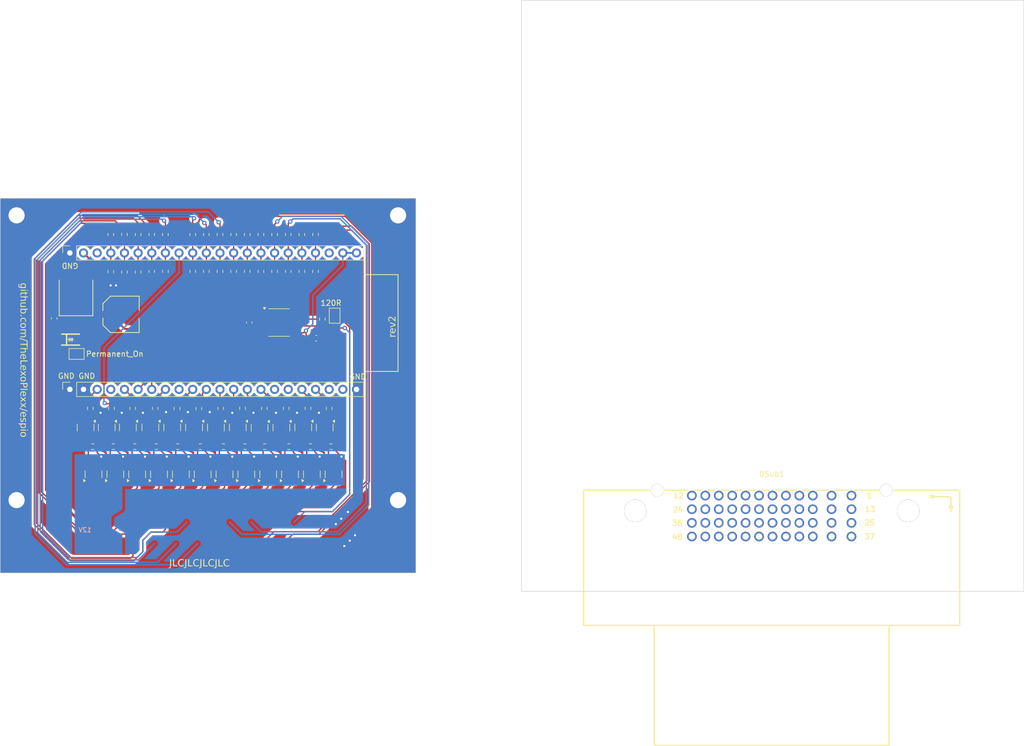
<source format=kicad_pcb>
(kicad_pcb (version 20241229) (generator "pcbnew") (generator_version "9.0")
  (layers (0 "F.Cu" signal) (2 "B.Cu" signal) (13 "F.Paste" user) (15 "B.Paste" user) (5 "F.SilkS" user "F.Silkscreen") (7 "B.SilkS" user "B.Silkscreen") (1 "F.Mask" user) (3 "B.Mask" user) (25 "Edge.Cuts" user))
  (net 0 "")
  (net 1 "+3V3")
  (net 2 "GND")
  (net 3 "+5V")
  (net 4 "CAN_L")
  (net 5 "CAN_H")
  (net 6 "Net-(Q1-C)")
  (net 7 "Net-(Q1-B)")
  (net 8 "/SwitchingNode10/SN_OUT")
  (net 9 "+12V")
  (net 10 "Net-(Q3-C)")
  (net 11 "Net-(Q3-B)")
  (net 12 "/SwitchingNode9/SN_OUT")
  (net 13 "Net-(Q5-B)")
  (net 14 "Net-(Q5-C)")
  (net 15 "/SwitchingNode1/SN_OUT")
  (net 16 "Net-(JP1-B)")
  (net 17 "Net-(Q7-C)")
  (net 18 "Net-(Q7-B)")
  (net 19 "/SwitchingNode12/SN_OUT")
  (net 20 "Net-(Q10-G)")
  (net 21 "Net-(Q9-B)")
  (net 22 "/SwitchingNode8/SN_OUT")
  (net 23 "Net-(Q11-B)")
  (net 24 "Net-(Q11-C)")
  (net 25 "/SwitchingNode11/SN_OUT")
  (net 26 "Net-(Q13-C)")
  (net 27 "Net-(Q13-B)")
  (net 28 "/SwitchingNode7/SN_OUT")
  (net 29 "Net-(Q15-B)")
  (net 30 "Net-(Q15-C)")
  (net 31 "/SwitchingNode5/SN_OUT")
  (net 32 "Net-(Q17-B)")
  (net 33 "CAN_RX")
  (net 34 "CAN_TX")
  (net 35 "NC_RST")
  (net 36 "Net-(Q17-C)")
  (net 37 "/SwitchingNode4/SN_OUT")
  (net 38 "Net-(Q19-B)")
  (net 39 "Net-(Q19-C)")
  (net 40 "/SwitchingNode3/SN_OUT")
  (net 41 "Net-(Q21-C)")
  (net 42 "Net-(Q21-B)")
  (net 43 "Net-(U2-13)")
  (net 44 "Net-(U2-12)")
  (net 45 "Net-(U2-11)")
  (net 46 "Net-(U2-10)")
  (net 47 "Net-(U2-9)")
  (net 48 "Net-(U2-3)")
  (net 49 "Net-(U2-18)")
  (net 50 "Net-(U2-17)")
  (net 51 "Net-(U2-16)")
  (net 52 "Net-(U2-6)")
  (net 53 "Net-(U2-5)")
  (net 54 "Net-(U2-4)")
  (net 55 "/SwitchingNode2/SN_OUT")
  (net 56 "OUT_12")
  (net 57 "I2C0_SDA")
  (net 58 "I2C0_SCL")
  (net 59 "Net-(Q23-C)")
  (net 60 "Net-(Q23-B)")
  (net 61 "/SwitchingNode6/SN_OUT")
  (net 62 "Net-(R15-Pad2)")
  (net 63 "/SwitchingNode5/SN_IN")
  (net 64 "/SwitchingNode10/SN_IN")
  (net 65 "/SwitchingNode4/SN_IN")
  (net 66 "/SwitchingNode8/SN_IN")
  (net 67 "/SwitchingNode7/SN_IN")
  (net 68 "unconnected-(U3-20-Pad4)")
  (net 71 "/SwitchingNode2/SN_IN")
  (net 72 "/SwitchingNode3/SN_IN")
  (net 73 "/SwitchingNode9/SN_IN")
  (net 74 "/SwitchingNode1/SN_IN")
  (net 75 "/SwitchingNode6/SN_IN")
  (net 76 "Net-(R39-Pad2)")
  (net 77 "Net-(R41-Pad2)")
  (net 79 "/SwitchingNode12/SN_IN")
  (net 80 "unconnected-(U2-14-Pad3)")
  (net 81 "I_9")
  (net 82 "I_10")
  (net 83 "I_14")
  (net 84 "I_15")
  (net 85 "I_7")
  (net 86 "I_6")
  (net 87 "I_13")
  (net 88 "I_5")
  (net 89 "I_12")
  (net 90 "I_11")
  (net 91 "I_1")
  (net 92 "I_2")
  (net 93 "I_8")
  (net 94 "I_3")
  (net 95 "I_4")
  (net 96 "Net-(D1-A)")
  (footprint "Resistor_SMD:R_0603_1608Metric" (layer "F.Cu") (at 152.019 75.565 -90)
    (property "Reference" "R39" (hide yes))
    (property "Value" "33k")
  )
  (footprint "Resistor_SMD:R_0603_1608Metric" (layer "F.Cu") (at 146.939 82.423 -90)
    (property "Reference" "R44" (hide yes))
    (property "Value" "6k8")
  )
  (footprint "Resistor_SMD:R_0603_1608Metric" (layer "F.Cu") (at 139.319 82.423 -90)
    (property "Reference" "R16" (hide yes))
    (property "Value" "6k8")
  )
  (footprint "Resistor_SMD:R_0603_1608Metric" (layer "F.Cu") (at 139.319 75.565 -90)
    (property "Reference" "R15" (hide yes))
    (property "Value" "33k")
  )
  (footprint "lcsc:CONN-TH_5007620481" (layer "F.Cu") (at 244.532 127.96)
    (property "Reference" "DSub1")
    (property "Value" "5007620481")
  )
  (footprint "Resistor_SMD:R_0603_1608Metric" (layer "F.Cu") (at 134.002 115.04)
    (property "Reference" "R62" (hide yes))
    (property "Value" "10k")
  )
  (footprint "Package_TO_SOT_SMD:SOT-23" (layer "F.Cu") (at 130.5075 120.206 90)
    (property "Reference" "Q18" (hide yes))
    (property "Value" "IRLML6402")
  )
  (footprint "Package_TO_SOT_SMD:SOT-23" (layer "F.Cu") (at 146.7635 120.206 90)
    (property "Reference" "Q10" (hide yes))
    (property "Value" "IRLML6402")
  )
  (footprint "Resistor_SMD:R_0603_1608Metric" (layer "F.Cu") (at 154.677 115.04)
    (property "Reference" "R31" (hide yes))
    (property "Value" "10k")
  )
  (footprint "Resistor_SMD:R_0603_1608Metric" (layer "F.Cu") (at 154.559 75.565 -90)
    (property "Reference" "R37" (hide yes))
    (property "Value" "33k")
  )
  (footprint "Package_TO_SOT_SMD:SOT-23" (layer "F.Cu") (at 158.9555 120.206 90)
    (property "Reference" "Q4" (hide yes))
    (property "Value" "IRLML6402")
  )
  (footprint "Resistor_SMD:R_0603_1608Metric" (layer "F.Cu") (at 149.479 75.565 -90)
    (property "Reference" "R41" (hide yes))
    (property "Value" "33k")
  )
  (footprint "Resistor_SMD:R_0603_1608Metric" (layer "F.Cu") (at 154.178 107.9215 -90)
    (property "Reference" "R19" (hide yes))
    (property "Value" "100R" (hide yes))
  )
  (footprint "Package_SO:SOIC-8_3.9x4.9mm_P1.27mm" (layer "F.Cu") (at 152.843 91.948)
    (property "Reference" "U1" (hide yes))
    (property "Value" "MCP2562-E-SN" (hide yes))
  )
  (footprint "Resistor_SMD:R_0603_1608Metric" (layer "F.Cu") (at 150.114 107.9215 -90)
    (property "Reference" "R20" (hide yes))
    (property "Value" "100R" (hide yes))
  )
  (footprint "Connector_PinSocket_2.54mm:PinSocket_1x22_P2.54mm_Vertical" (layer "F.Cu") (at 113.919 104.392 90)
    (property "Reference" "U3" (hide yes))
    (property "Value" "~" (hide yes))
  )
  (footprint "Resistor_SMD:R_0603_1608Metric" (layer "F.Cu") (at 159.639 82.423 -90)
    (property "Reference" "R34" (hide yes))
    (property "Value" "6k8")
  )
  (footprint "lcsc:SOD-80C_L3.3-W1.5-RD" (layer "F.Cu") (at 114.046 95.123)
    (property "Reference" "D1" (hide yes))
    (property "Value" "BZV55-B12,115" (hide yes))
  )
  (footprint "Resistor_SMD:R_0603_1608Metric" (layer "F.Cu") (at 146.502 115.04)
    (property "Reference" "R59" (hide yes))
    (property "Value" "10k")
  )
  (footprint "Package_TO_SOT_SMD:SOT-23" (layer "F.Cu") (at 141.097 111.4775 -90)
    (property "Reference" "Q11" (hide yes))
    (property "Value" "BC817" (hide yes))
  )
  (footprint "Resistor_SMD:R_0603_1608Metric" (layer "F.Cu") (at 133.858 107.9525 -90)
    (property "Reference" "R24" (hide yes))
    (property "Value" "100R" (hide yes))
  )
  (footprint "Resistor_SMD:R_0603_1608Metric" (layer "F.Cu") (at 162.179 107.9215 -90)
    (property "Reference" "R1" (hide yes))
    (property "Value" "100R" (hide yes))
  )
  (footprint "Resistor_SMD:R_0603_1608Metric" (layer "F.Cu") (at 144.399 82.423 -90)
    (property "Reference" "R46" (hide yes))
    (property "Value" "6k8")
  )
  (footprint "Resistor_SMD:R_0603_1608Metric" (layer "F.Cu") (at 157.099 75.565 -90)
    (property "Reference" "R35" (hide yes))
    (property "Value" "33k")
  )
  (footprint "Resistor_SMD:R_0603_1608Metric" (layer "F.Cu") (at 129.159 75.565 -90)
    (property "Reference" "R55" (hide yes))
    (property "Value" "33k")
  )
  (footprint "Package_TO_SOT_SMD:SOT-23" (layer "F.Cu") (at 154.8915 120.206 90)
    (property "Reference" "Q6" (hide yes))
    (property "Value" "IRLML6402")
  )
  (footprint "Resistor_SMD:R_0603_1608Metric" (layer "F.Cu") (at 142.502 115.04)
    (property "Reference" "R60" (hide yes))
    (property "Value" "10k")
  )
  (footprint "Resistor_SMD:R_0603_1608Metric" (layer "F.Cu") (at 160.906 91.313 -90)
    (property "Reference" "R63" (hide yes))
    (property "Value" "120R" (hide yes))
  )
  (footprint "Resistor_SMD:R_0603_1608Metric" (layer "F.Cu") (at 150.177 115.04)
    (property "Reference" "R32" (hide yes))
    (property "Value" "10k")
  )
  (footprint "Package_TO_SOT_SMD:SOT-23" (layer "F.Cu") (at 118.3155 120.206 90)
    (property "Reference" "Q24" (hide yes))
    (property "Value" "IRLML6402")
  )
  (footprint "Resistor_SMD:R_0603_1608Metric" (layer "F.Cu") (at 141.986 107.9215 -90)
    (property "Reference" "R22" (hide yes))
    (property "Value" "100R" (hide yes))
  )
  (footprint "Package_TO_SOT_SMD:SOT-23" (layer "F.Cu") (at 142.6995 120.206 90)
    (property "Reference" "Q12" (hide yes))
    (property "Value" "IRLML6402")
  )
  (footprint "Resistor_SMD:R_0603_1608Metric" (layer "F.Cu") (at 157.099 82.423 -90)
    (property "Reference" "R36" (hide yes))
    (property "Value" "6k8")
  )
  (footprint "Connector_PinSocket_2.54mm:PinSocket_1x22_P2.54mm_Vertical" (layer "F.Cu") (at 113.919 78.994 90)
    (property "Reference" "U2" (hide yes))
    (property "Value" "~")
  )
  (footprint "Resistor_SMD:R_0603_1608Metric" (layer "F.Cu") (at 136.779 82.423 -90)
    (property "Reference" "R13" (hide yes))
    (property "Value" "6k8")
  )
  (footprint "Resistor_SMD:R_0603_1608Metric" (layer "F.Cu") (at 121.539 75.565 -90)
    (property "Reference" "R49" (hide yes))
    (property "Value" "33k")
  )
  (footprint "Resistor_SMD:R_0603_1608Metric" (layer "F.Cu") (at 138.177 115.04)
    (property "Reference" "R61" (hide yes))
    (property "Value" "10k")
  )
  (footprint "Resistor_SMD:R_0603_1608Metric" (layer "F.Cu") (at 154.559 82.423 -90)
    (property "Reference" "R38" (hide yes))
    (property "Value" "6k8")
  )
  (footprint "Resistor_SMD:R_0603_1608Metric" (layer "F.Cu") (at 144.399 75.565 -90)
    (property "Reference" "R45" (hide yes))
    (property "Value" "33k")
  )
  (footprint "Package_TO_SOT_SMD:SOT-23" (layer "F.Cu") (at 137.033 111.4775 -90)
    (property "Reference" "Q13" (hide yes))
    (property "Value" "BC817" (hide yes))
  )
  (footprint "Resistor_SMD:R_0603_1608Metric" (layer "F.Cu") (at 126.002 115.04)
    (property "Reference" "R65" (hide yes))
    (property "Value" "10k")
  )
  (footprint "Resistor_SMD:R_0603_1608Metric" (layer "F.Cu") (at 117.729 107.9215 -90)
    (property "Reference" "R28" (hide yes))
    (property "Value" "100R" (hide yes))
  )
  (footprint "Resistor_SMD:R_0603_1608Metric" (layer "F.Cu") (at 159.639 75.565 -90)
    (property "Reference" "R33" (hide yes))
    (property "Value" "33k")
  )
  (footprint "Package_TO_SOT_SMD:SOT-23" (layer "F.Cu") (at 150.8275 120.206 90)
    (property "Reference" "Q8" (hide yes))
    (property "Value" "IRLML6402")
  )
  (footprint "Resistor_SMD:R_0603_1608Metric" (layer "F.Cu") (at 118.177 115.04)
    (property "Reference" "R67" (hide yes))
    (property "Value" "10k")
  )
  (footprint "Package_TO_SOT_SMD:SOT-23" (layer "F.Cu") (at 124.714 111.4775 -90)
    (property "Reference" "Q19" (hide yes))
    (property "Value" "BC817" (hide yes))
  )
  (footprint "Package_TO_SOT_SMD:SOT-23" (layer "F.Cu") (at 153.289 111.493 -90)
    (property "Reference" "Q5" (hide yes))
    (property "Value" "BC817" (hide yes))
  )
  (footprint "Package_TO_SOT_SMD:SOT-23" (layer "F.Cu") (at 134.5715 120.206 90)
    (property "Reference" "Q16" (hide yes))
    (property "Value" "IRLML6402")
  )
  (footprint "Resistor_SMD:R_0603_1608Metric" (layer "F.Cu") (at 130.002 115.04)
    (property "Reference" "R64" (hide yes))
    (property "Value" "10k")
  )
  (footprint "Package_TO_SOT_SMD:SOT-23" (layer "F.Cu") (at 145.161 111.4775 -90)
    (property "Reference" "Q9" (hide yes))
    (property "Value" "BC817" (hide yes))
  )
  (footprint "Jumper:SolderJumper-2_P1.3mm_Open_Pad1.0x1.5mm" (layer "F.Cu") (at 163.192 90.678 90)
    (property "Reference" "JP1" (hide yes))
    (property "Value" "Jumper_2_Open" (hide yes))
  )
  (footprint "Resistor_SMD:R_0603_1608Metric" (layer "F.Cu") (at 149.479 82.423 -90)
    (property "Reference" "R42" (hide yes))
    (property "Value" "6k8")
  )
  (footprint "Jumper:SolderJumper-2_P1.3mm_Open_Pad1.0x1.5mm" (layer "F.Cu") (at 115.174 97.79)
    (property "Reference" "JP3" (hide yes))
    (property "Value" "Jumper_2_Open" (hide yes))
  )
  (footprint "Capacitor_SMD:C_0603_1608Metric" (layer "F.Cu") (at 110.998 91.186 90)
    (property "Reference" "C4" (hide yes))
    (property "Value" "0.1uF")
  )
  (footprint "Resistor_SMD:R_0603_1608Metric" (layer "F.Cu") (at 129.794 107.9215 -90)
    (property "Reference" "R25" (hide yes))
    (property "Value" "100R" (hide yes))
  )
  (footprint "Resistor_SMD:R_0603_1608Metric" (layer "F.Cu") (at 141.859 82.423 -90)
    (property "Reference" "R48" (hide yes))
    (property "Value" "6k8")
  )
  (footprint "Package_TO_SOT_SMD:SOT-23" (layer "F.Cu") (at 132.969 111.4775 -90)
    (property "Reference" "Q15" (hide yes))
    (property "Value" "BC817" (hide yes))
  )
  (footprint "Resistor_SMD:R_0603_1608Metric" (layer "F.Cu") (at 146.939 75.565 -90)
    (property "Reference" "R43" (hide yes))
    (property "Value" "33k")
  )
  (footprint "Resistor_SMD:R_0603_1608Metric" (layer "F.Cu") (at 126.619 75.565 -90)
    (property "Reference" "R53" (hide yes))
    (property "Value" "33k")
  )
  (footprint "Package_TO_SOT_SMD:SOT-23" (layer "F.Cu") (at 149.225 111.521 -90)
    (property "Reference" "Q7" (hide yes))
    (property "Value" "BC817" (hide yes))
  )
  (footprint "Resistor_SMD:R_0603_1608Metric" (layer "F.Cu") (at 141.859 75.565 -90)
    (property "Reference" "R47" (hide yes))
    (property "Value" "33k")
  )
  (footprint "Resistor_SMD:R_0603_1608Metric" (layer "F.Cu") (at 122.002 115.04)
    (property "Reference" "R66" (hide yes))
    (property "Value" "10k")
  )
  (footprint "Resistor_SMD:R_0603_1608Metric" (layer "F.Cu") (at 124.079 82.55 -90)
    (property "Reference" "R52" (hide yes))
    (property "Value" "6k8")
  )
  (footprint "Package_TO_SOT_SMD:SOT-23" (layer "F.Cu") (at 161.351 111.4775 -90)
    (property "Reference" "Q1" (hide yes))
    (property "Value" "BC817" (hide yes))
  )
  (footprint "Resistor_SMD:R_0603_1608Metric" (layer "F.Cu") (at 158.677 115.04)
    (property "Reference" "R30" (hide yes))
    (property "Value" "10k")
  )
  (footprint "Package_TO_SOT_SMD:SOT-23" (layer "F.Cu") (at 126.4435 120.206 90)
    (property "Reference" "Q20" (hide yes))
    (property "Value" "IRLML6402")
  )
  (footprint "Resistor_SMD:R_0603_1608Metric" (layer "F.Cu") (at 129.159 82.423 -90)
    (property "Reference" "R56" (hide yes))
    (property "Value" "6k8")
  )
  (footprint "Package_TO_SOT_SMD:SOT-23" (layer "F.Cu") (at 122.3795 120.206 90)
    (property "Reference" "Q22" (hide yes))
    (property "Value" "IRLML6402")
  )
  (footprint "Package_TO_SOT_SMD:SOT-23" (layer "F.Cu") (at 128.905 111.4775 -90)
    (property "Reference" "Q17" (hide yes))
    (property "Value" "BC817" (hide yes))
  )
  (footprint "Resistor_SMD:R_0603_1608Metric" (layer "F.Cu") (at 137.922 107.9855 -90)
    (property "Reference" "R23" (hide yes))
    (property "Value" "100R" (hide yes))
  )
  (footprint "Resistor_SMD:R_0603_1608Metric" (layer "F.Cu") (at 131.699 82.423 -90)
    (property "Reference" "R58" (hide yes))
    (property "Value" "6k8")
  )
  (footprint "lcsc:PPAK-5_L6.5-W6.1-P1.27-LS10.0-TL" (layer "F.Cu") (at 115.062 88.773 90)
    (property "Reference" "U5" (hide yes))
    (property "Value" "LF50CPT-TR")
  )
  (footprint "Capacitor_SMD:C_0603_1608Metric" (layer "F.Cu") (at 147.317 91.94 90)
    (property "Reference" "C2" (hide yes))
    (property "Value" "0.1uF")
  )
  (footprint "Resistor_SMD:R_0603_1608Metric" (layer "F.Cu") (at 121.666 107.9215 -90)
    (property "Reference" "R27" (hide yes))
    (property "Value" "100R" (hide yes))
  )
  (footprint "Resistor_SMD:R_0603_1608Metric" (layer "F.Cu") (at 158.242 107.9215 -90)
    (property "Reference" "R18" (hide yes))
    (property "Value" "100R" (hide yes))
  )
  (footprint "Resistor_SMD:R_0603_1608Metric" (layer "F.Cu") (at 125.603 107.9215 -90)
    (property "Reference" "R26" (hide yes))
    (property "Value" "100R" (hide yes))
  )
  (footprint "Capacitor_SMD:C_0603_1608Metric" (layer "F.Cu") (at 159.763 94.869)
    (property "Reference" "C1" (hide yes))
    (property "Value" "0.1uF" (hide yes))
  )
  (footprint "Resistor_SMD:R_0603_1608Metric" (layer "F.Cu") (at 124.079 75.565 -90)
    (property "Reference" "R51" (hide yes))
    (property "Value" "33k")
  )
  (footprint "Package_TO_SOT_SMD:SOT-23" (layer "F.Cu") (at 116.84 111.4775 -90)
    (property "Reference" "Q23" (hide yes))
    (property "Value" "BC817" (hide yes))
  )
  (footprint "Package_TO_SOT_SMD:SOT-23" (layer "F.Cu") (at 138.6355 120.206 90)
    (property "Reference" "Q14" (hide yes))
    (property "Value" "IRLML6402")
  )
  (footprint "Resistor_SMD:R_0603_1608Metric" (layer "F.Cu") (at 121.539 82.486 -90)
    (property "Reference" "R50" (hide yes))
    (property "Value" "6k8")
  )
  (footprint "Resistor_SMD:R_0603_1608Metric" (layer "F.Cu") (at 162.502 115.04)
    (property "Reference" "R29" (hide yes))
    (property "Value" "10k")
  )
  (footprint "Package_TO_SOT_SMD:SOT-23" (layer "F.Cu") (at 120.777 111.4775 -90)
    (property "Reference" "Q21" (hide yes))
    (property "Value" "BC817" (hide yes))
  )
  (footprint "Package_TO_SOT_SMD:SOT-23" (layer "F.Cu") (at 157.353 111.4775 -90)
    (property "Reference" "Q3" (hide yes))
    (property "Value" "BC817" (hide yes))
  )
  (footprint "Resistor_SMD:R_0603_1608Metric" (layer "F.Cu") (at 131.699 75.565 -90)
    (property "Reference" "R57" (hide yes))
    (property "Value" "33k")
  )
  (footprint "Resistor_SMD:R_0603_1608Metric" (layer "F.Cu") (at 126.619 82.55 -90)
    (property "Reference" "R54" (hide yes))
    (property "Value" "6k8")
  )
  (footprint "Resistor_SMD:R_0603_1608Metric" (layer "F.Cu") (at 152.019 82.423 -90)
    (property "Reference" "R40" (hide yes))
    (property "Value" "6k8")
  )
  (footprint "Package_TO_SOT_SMD:SOT-23" (layer "F.Cu") (at 162.9895 120.206 90)
    (property "Reference" "Q2" (hide yes))
    (property "Value" "IRLML6402")
  )
  (footprint "Resistor_SMD:R_0603_1608Metric" (layer "F.Cu") (at 146.05 107.9215 -90)
    (property "Reference" "R21" (hide yes))
    (property "Value" "100R" (hide yes))
  )
  (footprint "Resistor_SMD:R_0603_1608Metric" (layer "F.Cu") (at 136.779 75.565 -90)
    (property "Reference" "R14" (hide yes))
    (property "Value" "33k")
  )
  (footprint "lcsc:CAP-SMD_BD6.3-L6.6-W6.6-FD" (layer "F.Cu") (at 123.441 90.424)
    (property "Reference" "C3" (hide yes))
    (property "Value" "RVT2A2R2M0605_C335981")
  )
  (gr_line (start 168.652 101.04) (end 175.002 101.04) (stroke (width 0.15)) (layer "F.SilkS"))
  (gr_line (start 168.652 83.04) (end 175.002 83.04) (stroke (width 0.15)) (layer "F.SilkS"))
  (gr_line (start 175.002 83.04) (end 175.002 101.04) (stroke (width 0.15)) (layer "F.SilkS"))
  (gr_rect (start 100.965 68.834) (end 178.308 138.557) (stroke (width 0.1)) (fill no) (layer "Edge.Cuts"))
  (gr_rect (start 197.9665 31.9715) (end 291.4665 141.9715) (stroke (width 0.1)) (fill no) (layer "Edge.Cuts"))
  (gr_text "Permanent_On" (at 116.84 97.79 0) (layer "F.SilkS") (effects (font (size 1 1)) (justify left)))
  (gr_text "GND" (at 115.57 80.772 180) (layer "F.SilkS") (effects (font (size 1 1)) (justify left bottom)))
  (gr_text "120R" (at 160.502 88.9 0) (layer "F.SilkS") (effects (font (size 1 1)) (justify left bottom)))
  (gr_text "github.com/TheLexoPlexx/espio" (at 104.502 84.54 -90) (layer "F.SilkS") (effects (font (size 1.3 1.3)) (justify left bottom)))
  (gr_text "GND GND" (at 111.633 102.489 0) (layer "F.SilkS") (effects (font (size 1 1)) (justify left bottom)))
  (gr_text "GND" (at 165.862 102.616 0) (layer "F.SilkS") (effects (font (size 1 1)) (justify left bottom)))
  (gr_text "JLCJLCJLCJLC" (at 132.402 137.54 0) (layer "F.SilkS") (effects (font (size 1.3 1.3)) (justify left bottom)))
  (gr_text "rev2" (at 174.752 94.742 90) (layer "F.SilkS") (effects (font (size 1.3 1.3)) (justify left bottom)))
  (gr_text "12V" (at 118.002 131.04 0) (layer "B.SilkS") (effects (font (size 0.85 0.85)) (justify left bottom mirror)))
  (segment (start 158.988 94.869) (end 158.493 94.869) (width 0.25) (layer "F.Cu") (net 1))
  (segment (start 157.858 94.234) (end 157.858 93.472) (width 0.25) (layer "F.Cu") (net 1))
  (segment (start 158.493 94.869) (end 157.858 94.234) (width 0.25) (layer "F.Cu") (net 1))
  (segment (start 157.477 93.853) (end 155.318 93.853) (width 0.25) (layer "F.Cu") (net 1))
  (segment (start 157.858 93.472) (end 157.477 93.853) (width 0.25) (layer "F.Cu") (net 1))
  (via (at 157.858 93.472) (size 0.8) (drill 0.4) (layers "F.Cu" "B.Cu") (net 1))
  (segment (start 159.128 92.202) (end 159.128 86.871) (width 0.25) (layer "B.Cu") (net 1))
  (segment (start 167.259 78.994) (end 164.719 78.994) (width 0.35) (layer "B.Cu") (net 1))
  (segment (start 164.719 81.28) (end 164.719 78.994) (width 0.25) (layer "B.Cu") (net 1))
  (segment (start 159.128 86.871) (end 164.719 81.28) (width 0.25) (layer "B.Cu") (net 1))
  (segment (start 157.858 93.472) (end 159.128 92.202) (width 0.25) (layer "B.Cu") (net 1))
  (segment (start 165.354 131.892) (end 165.354 129.392) (width 0.65) (layer "F.Cu") (net 2))
  (segment (start 147.465 91.313) (end 147.317 91.165) (width 0.25) (layer "F.Cu") (net 2))
  (segment (start 164.211 130.249) (end 163.416653 129.454653) (width 0.65) (layer "F.Cu") (net 2))
  (segment (start 165.354 129.392) (end 164.416653 128.454653) (width 0.65) (layer "F.Cu") (net 2))
  (segment (start 165.002 133.54) (end 164.211 132.749) (width 0.65) (layer "F.Cu") (net 2))
  (segment (start 164.211 132.749) (end 164.211 130.249) (width 0.65) (layer "F.Cu") (net 2))
  (segment (start 166.497 128.035) (end 166.497 131.035) (width 0.65) (layer "F.Cu") (net 2))
  (segment (start 166.002 132.54) (end 165.354 131.892) (width 0.65) (layer "F.Cu") (net 2))
  (segment (start 150.368 91.313) (end 147.465 91.313) (width 0.25) (layer "F.Cu") (net 2))
  (segment (start 147.33 91.313) (end 147.317 91.3) (width 0.25) (layer "F.Cu") (net 2))
  (segment (start 166.497 131.035) (end 167.002 131.54) (width 0.65) (layer "F.Cu") (net 2))
  (segment (start 165.666653 127.204653) (end 166.497 128.035) (width 0.65) (layer "F.Cu") (net 2))
  (via (at 122.502 85.04) (size 0.8) (drill 0.4) (layers "F.Cu" "B.Cu") (net 2))
  (via (at 165.002 133.54) (size 0.8) (drill 0.4) (layers "F.Cu" "B.Cu") (net 2))
  (via (at 123.571 108.7465) (size 0.8) (drill 0.4) (layers "F.Cu" "B.Cu") (net 2))
  (via (at 160.274 108.7465) (size 0.8) (drill 0.4) (layers "F.Cu" "B.Cu") (net 2))
  (via (at 164.416653 128.454653) (size 0.8) (drill 0.4) (layers "F.Cu" "B.Cu") (net 2))
  (via (at 119.634 108.7465) (size 0.8) (drill 0.4) (layers "F.Cu" "B.Cu") (net 2))
  (via (at 165.666653 127.204653) (size 0.8) (drill 0.4) (layers "F.Cu" "B.Cu") (net 2))
  (via (at 104 72) (size 3.2) (drill 3) (layers "F.Cu" "B.Cu") (net 2))
  (via (at 127.508 108.7465) (size 0.8) (drill 0.4) (layers "F.Cu" "B.Cu") (net 2))
  (via (at 139.954 108.6195) (size 0.8) (drill 0.4) (layers "F.Cu" "B.Cu") (net 2))
  (via (at 131.826 108.6195) (size 0.8) (drill 0.4) (layers "F.Cu" "B.Cu") (net 2))
  (via (at 166.002 132.54) (size 0.8) (drill 0.4) (layers "F.Cu" "B.Cu") (net 2))
  (via (at 175 72) (size 3.2) (drill 3) (layers "F.Cu" "B.Cu") (net 2))
  (via (at 148.082 108.7465) (size 0.8) (drill 0.4) (layers "F.Cu" "B.Cu") (net 2))
  (via (at 167.002 131.54) (size 0.8) (drill 0.4) (layers "F.Cu" "B.Cu") (net 2))
  (via (at 135.89 108.6195) (size 0.8) (drill 0.4) (layers "F.Cu" "B.Cu") (net 2))
  (via (at 156.21 108.7465) (size 0.8) (drill 0.4) (layers "F.Cu" "B.Cu") (net 2))
  (via (at 104 125) (size 3.2) (drill 3) (layers "F.Cu" "B.Cu") (net 2))
  (via (at 175 125) (size 3.2) (drill 3) (layers "F.Cu" "B.Cu") (net 2))
  (via (at 144.145 108.7465) (size 0.8) (drill 0.4) (layers "F.Cu" "B.Cu") (net 2))
  (via (at 121.502 85.04) (size 0.8) (drill 0.4) (layers "F.Cu" "B.Cu") (net 2))
  (via (at 163.416653 129.454653) (size 0.8) (drill 0.4) (layers "F.Cu" "B.Cu") (net 2))
  (via (at 152.273 108.7465) (size 0.8) (drill 0.4) (layers "F.Cu" "B.Cu") (net 2))
  (segment (start 119.634 92.223) (end 120.771 91.086) (width 0.35) (layer "F.Cu") (net 3))
  (segment (start 119.726 88.614) (end 119.726 82.261) (width 0.35) (layer "F.Cu") (net 3))
  (segment (start 123.211 92.223) (end 119.634 92.223) (width 0.35) (layer "F.Cu") (net 3))
  (segment (start 124.128 93.14) (end 123.211 92.223) (width 0.35) (layer "F.Cu") (net 3))
  (segment (start 147.317 92.715) (end 146.892 93.14) (width 0.35) (layer "F.Cu") (net 3))
  (segment (start 119.634 92.223) (end 117.602 92.223) (width 0.35) (layer "F.Cu") (net 3))
  (segment (start 146.892 93.14) (end 124.128 93.14) (width 0.35) (layer "F.Cu") (net 3))
  (segment (start 150.368 92.583) (end 147.449 92.583) (width 0.25) (layer "F.Cu") (net 3))
  (segment (start 119.726 82.261) (end 116.459 78.994) (width 0.35) (layer "F.Cu") (net 3))
  (segment (start 120.771 91.086) (end 120.771 90.424) (width 0.35) (layer "F.Cu") (net 3))
  (segment (start 147.449 92.583) (end 147.317 92.715) (width 0.25) (layer "F.Cu") (net 3))
  (segment (start 120.771 90.424) (end 120.771 89.659) (width 0.35) (layer "F.Cu") (net 3))
  (segment (start 120.771 89.659) (end 119.726 88.614) (width 0.35) (layer "F.Cu") (net 3))
  (segment (start 155.318 92.583) (end 160.461 92.583) (width 0.25) (layer "F.Cu") (net 4))
  (segment (start 160.461 92.583) (end 160.906 92.138) (width 0.25) (layer "F.Cu") (net 4))
  (segment (start 160.906 92.138) (end 161.732 92.964) (width 0.25) (layer "F.Cu") (net 4))
  (segment (start 155.318 92.583) (end 155.445 92.456) (width 0.25) (layer "F.Cu") (net 4))
  (segment (start 161.732 92.964) (end 165.097 92.964) (width 0.25) (layer "F.Cu") (net 4))
  (via (at 165.097 92.964) (size 0.8) (drill 0.4) (layers "F.Cu" "B.Cu") (net 4))
  (segment (start 165.989 93.856) (end 165.097 92.964) (width 0.25) (layer "B.Cu") (net 4))
  (segment (start 155.667 129.095) (end 157.635 127.127) (width 0.25) (layer "B.Cu") (net 4))
  (segment (start 165.989 123.953) (end 165.989 93.856) (width 0.25) (layer "B.Cu") (net 4))
  (segment (start 157.635 127.127) (end 162.815 127.127) (width 0.25) (layer "B.Cu") (net 4))
  (segment (start 162.815 127.127) (end 165.989 123.953) (width 0.25) (layer "B.Cu") (net 4))
  (segment (start 162.815 127.127) (end 165.989 123.953) (width 0.25) (layer "F.Cu") (net 5))
  (segment (start 151.667 129.095) (end 153.635 127.127) (width 0.25) (layer "F.Cu") (net 5))
  (segment (start 163.177 91.313) (end 163.192 91.328) (width 0.25) (layer "F.Cu") (net 5))
  (segment (start 155.318 91.313) (end 163.177 91.313) (width 0.25) (layer "F.Cu") (net 5))
  (segment (start 153.635 127.127) (end 162.815 127.127) (width 0.25) (layer "F.Cu") (net 5))
  (segment (start 165.989 123.953) (end 165.989 92.830695) (width 0.25) (layer "F.Cu") (net 5))
  (segment (start 165.989 92.830695) (end 164.486305 91.328) (width 0.25) (layer "F.Cu") (net 5))
  (segment (start 164.486305 91.328) (end 163.192 91.328) (width 0.25) (layer "F.Cu") (net 5))
  (segment (start 162.0395 121.1435) (end 162.0395 115.4025) (width 0.25) (layer "F.Cu") (net 6))
  (segment (start 161.351 114.714) (end 161.677 115.04) (width 0.25) (layer "F.Cu") (net 6))
  (segment (start 161.351 112.415) (end 161.351 114.714) (width 0.25) (layer "F.Cu") (net 6))
  (segment (start 162.0395 115.4025) (end 161.677 115.04) (width 0.25) (layer "F.Cu") (net 6))
  (segment (start 162.301 108.8685) (end 162.179 108.7465) (width 0.25) (layer "F.Cu") (net 7))
  (segment (start 162.301 110.54) (end 162.301 108.8685) (width 0.25) (layer "F.Cu") (net 7))
  (segment (start 126.4435 122.6985) (end 125.602 123.54) (width 0.25) (layer "F.Cu") (net 8))
  (segment (start 125.602 123.54) (end 125.602 125.14) (width 0.25) (layer "F.Cu") (net 8))
  (segment (start 126.4435 119.2685) (end 126.4435 122.6985) (width 0.25) (layer "F.Cu") (net 8))
  (segment (start 159.9055 117.3995) (end 160.401 116.904) (width 0.25) (layer "F.Cu") (net 9))
  (segment (start 112.522 92.223) (end 111.26 92.223) (width 0.5) (layer "F.Cu") (net 9))
  (segment (start 111.379 98.192) (end 112.396 97.175) (width 0.5) (layer "F.Cu") (net 9))
  (segment (start 130.827 115.04) (end 130.827 115.778) (width 0.25) (layer "F.Cu") (net 9))
  (segment (start 159.9055 121.1435) (end 159.9055 117.3995) (width 0.25) (layer "F.Cu") (net 9))
  (segment (start 155.502 116.069) (end 156.337 116.904) (width 0.25) (layer "F.Cu") (net 9))
  (segment (start 139.5855 121.1435) (end 139.5855 117.3995) (width 0.25) (layer "F.Cu") (net 9))
  (segment (start 115.887 129.095) (end 111.379 124.587) (width 0.5) (layer "F.Cu") (net 9))
  (segment (start 119.002 116.145) (end 119.761 116.904) (width 0.25) (layer "F.Cu") (net 9))
  (segment (start 139.002 115.04) (end 139.002 115.825) (width 0.25) (layer "F.Cu") (net 9))
  (segment (start 130.827 115.778) (end 131.953 116.904) (width 0.25) (layer "F.Cu") (net 9))
  (segment (start 135.5215 121.1435) (end 135.5215 117.3995) (width 0.25) (layer "F.Cu") (net 9))
  (segment (start 155.8415 117.3995) (end 156.337 116.904) (width 0.25) (layer "F.Cu") (net 9))
  (segment (start 112.522 94.997) (end 112.522 92.223) (width 0.5) (layer "F.Cu") (net 9))
  (segment (start 159.502 116.005) (end 160.401 116.904) (width 0.25) (layer "F.Cu") (net 9))
  (segment (start 119.667 129.095) (end 115.887 129.095) (width 0.5) (layer "F.Cu") (net 9))
  (segment (start 111.26 92.223) (end 110.998 91.961) (width 0.5) (layer "F.Cu") (net 9))
  (segment (start 126.827 115.04) (end 126.827 115.842) (width 0.25) (layer "F.Cu") (net 9))
  (segment (start 147.327 116.022) (end 148.209 116.904) (width 0.25) (layer "F.Cu") (net 9))
  (segment (start 119.002 115.04) (end 119.002 116.145) (width 0.25) (layer "F.Cu") (net 9))
  (segment (start 143.327 115.04) (end 143.327 116.086) (width 0.25) (layer "F.Cu") (net 9))
  (segment (start 127.3935 117.3995) (end 127.889 116.904) (width 0.25) (layer "F.Cu") (net 9))
  (segment (start 131.4575 117.3995) (end 131.953 116.904) (width 0.25) (layer "F.Cu") (net 9))
  (segment (start 119.2655 121.1435) (end 119.2655 117.3995) (width 0.25) (layer "F.Cu") (net 9))
  (segment (start 143.327 116.086) (end 144.145 116.904) (width 0.25) (layer "F.Cu") (net 9))
  (segment (start 112.396 95.123) (end 112.522 94.997) (width 0.5) (layer "F.Cu") (net 9))
  (segment (start 122.827 115.04) (end 122.827 115.906) (width 0.25) (layer "F.Cu") (net 9))
  (segment (start 113.411 97.79) (end 114.539 97.79) (width 0.5) (layer "F.Cu") (net 9))
  (segment (start 112.396 97.175) (end 112.396 95.123) (width 0.5) (layer "F.Cu") (net 9))
  (segment (start 151.7775 121.1435) (end 151.7775 117.3995) (width 0.25) (layer "F.Cu") (net 9))
  (segment (start 127.3935 121.1435) (end 127.3935 117.3995) (width 0.25) (layer "F.Cu") (net 9))
  (segment (start 135.5215 117.3995) (end 136.017 116.904) (width 0.25) (layer "F.Cu") (net 9))
  (segment (start 131.4575 121.1435) (end 131.4575 117.3995) (width 0.25) (layer "F.Cu") (net 9))
  (segment (start 163.9395 121.1435) (end 163.9395 117.4295) (width 0.25) (layer "F.Cu") (net 9))
  (segment (start 155.8415 121.1435) (end 155.8415 117.3995) (width 0.25) (layer "F.Cu") (net 9))
  (segment (start 122.827 115.906) (end 123.825 116.904) (width 0.25) (layer "F.Cu") (net 9))
  (segment (start 111.379 124.587) (end 111.379 98.192) (width 0.5) (layer "F.Cu") (net 9))
  (segment (start 123.3295 117.3995) (end 123.825 116.904) (width 0.25) (layer "F.Cu") (net 9))
  (segment (start 143.6495 117.3995) (end 144.145 116.904) (width 0.25) (layer "F.Cu") (net 9))
  (segment (start 151.002 115.633) (end 152.273 116.904) (width 0.25) (layer "F.Cu") (net 9))
  (segment (start 159.502 115.04) (end 159.502 116.005) (width 0.25) (layer "F.Cu") (net 9))
  (segment (start 147.7135 121.1435) (end 147.7135 117.3995) (width 0.25) (layer "F.Cu") (net 9))
  (segment (start 134.827 115.04) (end 134.827 115.714) (width 0.25) (layer "F.Cu") (net 9))
  (segment (start 163.9395 117.4295) (end 164.465 116.904) (width 0.25) (layer "F.Cu") (net 9))
  (segment (start 163.327 115.766) (end 164.465 116.904) (width 0.25) (layer "F.Cu") (net 9))
  (segment (start 151.002 115.04) (end 151.002 115.633) (width 0.25) (layer "F.Cu") (net 9))
  (segment (start 119.2655 117.3995) (end 119.761 116.904) (width 0.25) (layer "F.Cu") (net 9))
  (segment (start 139.5855 117.3995) (end 140.081 116.904) (width 0.25) (layer "F.Cu") (net 9))
  (segment (start 123.3295 121.1435) (end 123.3295 117.3995) (width 0.25) (layer "F.Cu") (net 9))
  (segment (start 112.396 97.175) (end 112.796 97.175) (width 0.5) (layer "F.Cu") (net 9))
  (segment (start 139.002 115.825) (end 140.081 116.904) (width 0.25) (layer "F.Cu") (net 9))
  (segment (start 147.7135 117.3995) (end 148.209 116.904) (width 0.25) (layer "F.Cu") (net 9))
  (segment (start 126.827 115.842) (end 127.889 116.904) (width 0.25) (layer "F.Cu") (net 9))
  (segment (start 163.327 115.04) (end 163.327 115.766) (width 0.25) (layer "F.Cu") (net 9))
  (segment (start 143.6495 121.1435) (end 143.6495 117.3995) (width 0.25) (layer "F.Cu") (net 9))
  (segment (start 151.7775 117.3995) (end 152.273 116.904) (width 0.25) (layer "F.Cu") (net 9))
  (segment (start 112.796 97.175) (end 113.411 97.79) (width 0.5) (layer "F.Cu") (net 9))
  (segment (start 155.502 115.04) (end 155.502 116.069) (width 0.25) (layer "F.Cu") (net 9))
  (segment (start 134.827 115.714) (end 136.017 116.904) (width 0.25) (layer "F.Cu") (net 9))
  (segment (start 147.327 115.04) (end 147.327 116.022) (width 0.25) (layer "F.Cu") (net 9))
  (via (at 123.825 116.904) (size 0.8) (drill 0.4) (layers "F.Cu" "B.Cu") (net 9))
  (via (at 131.953 116.904) (size 0.8) (drill 0.4) (layers "F.Cu" "B.Cu") (net 9))
  (via (at 136.017 116.904) (size 0.8) (drill 0.4) (layers "F.Cu" "B.Cu") (net 9))
  (via (at 140.081 116.904) (size 0.8) (drill 0.4) (layers "F.Cu" "B.Cu") (net 9))
  (via (at 144.145 116.904) (size 0.8) (drill 0.4) (layers "F.Cu" "B.Cu") (net 9))
  (via (at 119.761 116.904) (size 0.8) (drill 0.4) (layers "F.Cu" "B.Cu") (net 9))
  (via (at 156.337 116.904) (size 0.8) (drill 0.4) (layers "F.Cu" "B.Cu") (net 9))
  (via (at 164.465 116.904) (size 0.8) (drill 0.4) (layers "F.Cu" "B.Cu") (net 9))
  (via (at 148.209 116.904) (size 0.8) (drill 0.4) (layers "F.Cu" "B.Cu") (net 9))
  (via (at 127.889 116.904) (size 0.8) (drill 0.4) (layers "F.Cu" "B.Cu") (net 9))
  (via (at 152.273 116.904) (size 0.8) (drill 0.4) (layers "F.Cu" "B.Cu") (net 9))
  (via (at 160.401 116.904) (size 0.8) (drill 0.4) (layers "F.Cu" "B.Cu") (net 9))
  (segment (start 164.465 116.904) (end 160.401 116.904) (width 1) (layer "B.Cu") (net 9))
  (segment (start 152.273 116.904) (end 148.209 116.904) (width 1) (layer "B.Cu") (net 9))
  (segment (start 121.667 133.095) (end 121.538 133.095) (width 1.5) (layer "B.Cu") (net 9))
  (segment (start 136.017 116.904) (end 131.953 116.904) (width 1) (layer "B.Cu") (net 9))
  (segment (start 123.825 116.904) (end 119.761 116.904) (width 1) (layer "B.Cu") (net 9))
  (segment (start 127.889 116.904) (end 123.825 116.904) (width 1) (layer "B.Cu") (net 9))
  (segment (start 144.145 116.904) (end 140.081 116.904) (width 1) (layer "B.Cu") (net 9))
  (segment (start 160.401 116.904) (end 156.337 116.904) (width 1) (layer "B.Cu") (net 9))
  (segment (start 131.953 116.904) (end 127.889 116.904) (width 1) (layer "B.Cu") (net 9))
  (segment (start 156.337 116.904) (end 152.273 116.904) (width 1) (layer "B.Cu") (net 9))
  (segment (start 140.081 116.904) (end 136.017 116.904) (width 1) (layer "B.Cu") (net 9))
  (segment (start 148.209 116.904) (end 144.145 116.904) (width 1) (layer "B.Cu") (net 9))
  (segment (start 117.667 133.095) (end 117.796 133.095) (width 1.5) (layer "B.Cu") (net 9))
  (segment (start 158.0055 121.1435) (end 158.0055 115.1935) (width 0.25) (layer "F.Cu") (net 10))
  (segment (start 157.353 114.541) (end 157.852 115.04) (width 0.25) (layer "F.Cu") (net 10))
  (segment (start 158.0055 115.1935) (end 157.852 115.04) (width 0.25) (layer "F.Cu") (net 10))
  (segment (start 157.353 112.415) (end 157.353 114.541) (width 0.25) (layer "F.Cu") (net 10))
  (segment (start 158.303 110.54) (end 158.303 108.8075) (width 0.25) (layer "F.Cu") (net 11))
  (segment (start 158.303 108.8075) (end 158.242 108.7465) (width 0.25) (layer "F.Cu") (net 11))
  (segment (start 130.5075 122.7345) (end 129.602 123.64) (width 0.25) (layer "F.Cu") (net 12))
  (segment (start 129.602 123.64) (end 129.602 125.14) (width 0.25) (layer "F.Cu") (net 12))
  (segment (start 130.5075 119.2685) (end 130.5075 122.7345) (width 0.25) (layer "F.Cu") (net 12))
  (segment (start 154.239 108.8075) (end 154.178 108.7465) (width 0.25) (layer "F.Cu") (net 13))
  (segment (start 154.239 110.5555) (end 154.239 108.8075) (width 0.25) (layer "F.Cu") (net 13))
  (segment (start 153.289 112.4305) (end 153.289 114.477) (width 0.25) (layer "F.Cu") (net 14))
  (segment (start 153.9415 115.1295) (end 153.852 115.04) (width 0.25) (layer "F.Cu") (net 14))
  (segment (start 153.289 114.477) (end 153.852 115.04) (width 0.25) (layer "F.Cu") (net 14))
  (segment (start 153.9415 121.1435) (end 153.9415 115.1295) (width 0.25) (layer "F.Cu") (net 14))
  (segment (start 162.9895 119.2685) (end 162.9895 122.3525) (width 0.25) (layer "F.Cu") (net 15))
  (segment (start 162.9895 122.3525) (end 161.602 123.74) (width 0.25) (layer "F.Cu") (net 15))
  (segment (start 161.602 123.74) (end 161.602 125.14) (width 0.25) (layer "F.Cu") (net 15))
  (segment (start 163.192 90.028) (end 161.366 90.028) (width 0.25) (layer "F.Cu") (net 16))
  (segment (start 161.366 90.028) (end 160.906 90.488) (width 0.25) (layer "F.Cu") (net 16))
  (segment (start 149.8775 121.1435) (end 149.8775 115.5655) (width 0.25) (layer "F.Cu") (net 17))
  (segment (start 149.225 114.913) (end 149.352 115.04) (width 0.25) (layer "F.Cu") (net 17))
  (segment (start 149.8775 115.5655) (end 149.352 115.04) (width 0.25) (layer "F.Cu") (net 17))
  (segment (start 149.225 112.4585) (end 149.225 114.913) (width 0.25) (layer "F.Cu") (net 17))
  (segment (start 150.175 108.8075) (end 150.114 108.7465) (width 0.25) (layer "F.Cu") (net 18))
  (segment (start 150.175 110.5835) (end 150.175 108.8075) (width 0.25) (layer "F.Cu") (net 18))
  (segment (start 118.3155 119.2685) (end 118.3155 122.927644) (width 0.25) (layer "F.Cu") (net 19))
  (segment (start 117.602 123.641144) (end 117.602 125.14) (width 0.25) (layer "F.Cu") (net 19))
  (segment (start 118.3155 122.927644) (end 117.602 123.641144) (width 0.25) (layer "F.Cu") (net 19))
  (segment (start 145.161 114.524) (end 145.677 115.04) (width 0.25) (layer "F.Cu") (net 20))
  (segment (start 145.8135 121.1435) (end 145.8135 115.1765) (width 0.25) (layer "F.Cu") (net 20))
  (segment (start 145.161 112.415) (end 145.161 114.524) (width 0.25) (layer "F.Cu") (net 20))
  (segment (start 145.8135 115.1765) (end 145.677 115.04) (width 0.25) (layer "F.Cu") (net 20))
  (segment (start 146.111 108.8075) (end 146.05 108.7465) (width 0.25) (layer "F.Cu") (net 21))
  (segment (start 146.111 110.54) (end 146.111 108.8075) (width 0.25) (layer "F.Cu") (net 21))
  (segment (start 133.602 123.539999) (end 133.602 125.14) (width 0.25) (layer "F.Cu") (net 22))
  (segment (start 134.5715 122.570499) (end 133.602 123.539999) (width 0.25) (layer "F.Cu") (net 22))
  (segment (start 134.5715 119.2685) (end 134.5715 122.570499) (width 0.25) (layer "F.Cu") (net 22))
  (segment (start 142.047 108.8075) (end 141.986 108.7465) (width 0.25) (layer "F.Cu") (net 23))
  (segment (start 142.047 110.54) (end 142.047 108.8075) (width 0.25) (layer "F.Cu") (net 23))
  (segment (start 141.667 121.251) (end 141.762 121.156) (width 0.25) (layer "F.Cu") (net 24))
  (segment (start 141.097 114.46) (end 141.677 115.04) (width 0.25) (layer "F.Cu") (net 24))
  (segment (start 141.097 112.415) (end 141.097 114.46) (width 0.25) (layer "F.Cu") (net 24))
  (segment (start 141.677 115.215) (end 141.762 115.3) (width 0.25) (layer "F.Cu") (net 24))
  (segment (start 141.7495 121.1435) (end 141.7495 115.1125) (width 0.25) (layer "F.Cu") (net 24))
  (segment (start 141.677 115.04) (end 141.677 115.215) (width 0.25) (layer "F.Cu") (net 24))
  (segment (start 141.7495 115.1125) (end 141.677 115.04) (width 0.25) (layer "F.Cu") (net 24))
  (segment (start 122.3795 122.9625) (end 121.602 123.74) (width 0.25) (layer "F.Cu") (net 25))
  (segment (start 122.3795 119.2685) (end 122.3795 122.9625) (width 0.25) (layer "F.Cu") (net 25))
  (segment (start 121.602 123.74) (end 121.602 125.14) (width 0.25) (layer "F.Cu") (net 25))
  (segment (start 137.6855 121.1435) (end 137.6855 115.3735) (width 0.25) (layer "F.Cu") (net 26))
  (segment (start 137.033 112.415) (end 137.033 114.721) (width 0.25) (layer "F.Cu") (net 26))
  (segment (start 137.033 114.721) (end 137.352 115.04) (width 0.25) (layer "F.Cu") (net 26))
  (segment (start 137.667 121.187) (end 137.698 121.156) (width 0.25) (layer "F.Cu") (net 26))
  (segment (start 137.6855 115.3735) (end 137.352 115.04) (width 0.25) (layer "F.Cu") (net 26))
  (segment (start 137.983 110.54) (end 137.983 108.8715) (width 0.25) (layer "F.Cu") (net 27))
  (segment (start 137.983 108.8715) (end 137.922 108.8105) (width 0.25) (layer "F.Cu") (net 27))
  (segment (start 137.602 123.54) (end 137.602 125.14) (width 0.25) (layer "F.Cu") (net 28))
  (segment (start 138.6355 122.5065) (end 137.602 123.54) (width 0.25) (layer "F.Cu") (net 28))
  (segment (start 138.6355 119.2685) (end 138.6355 122.5065) (width 0.25) (layer "F.Cu") (net 28))
  (segment (start 133.919 110.54) (end 133.919 108.8385) (width 0.25) (layer "F.Cu") (net 29))
  (segment (start 133.919 108.8385) (end 133.858 108.7775) (width 0.25) (layer "F.Cu") (net 29))
  (segment (start 133.6215 121.1435) (end 133.6215 115.4845) (width 0.25) (layer "F.Cu") (net 30))
  (segment (start 132.969 112.415) (end 132.969 114.832) (width 0.25) (layer "F.Cu") (net 30))
  (segment (start 132.969 114.832) (end 133.177 115.04) (width 0.25) (layer "F.Cu") (net 30))
  (segment (start 133.667 121.189) (end 133.634 121.156) (width 0.25) (layer "F.Cu") (net 30))
  (segment (start 133.6215 115.4845) (end 133.177 115.04) (width 0.25) (layer "F.Cu") (net 30))
  (segment (start 145.602 123.54) (end 145.602 125.14) (width 0.25) (layer "F.Cu") (net 31))
  (segment (start 146.7635 122.3785) (end 145.602 123.54) (width 0.25) (layer "F.Cu") (net 31))
  (segment (start 146.7635 119.2685) (end 146.7635 122.3785) (width 0.25) (layer "F.Cu") (net 31))
  (segment (start 129.855 108.8075) (end 129.794 108.7465) (width 0.25) (layer "F.Cu") (net 32))
  (segment (start 129.855 110.54) (end 129.855 108.8075) (width 0.25) (layer "F.Cu") (net 32))
  (segment (start 137.158 93.853) (end 146.602 93.853) (width 0.25) (layer "F.Cu") (net 33))
  (segment (start 126.619 104.392) (end 137.158 93.853) (width 0.25) (layer "F.Cu") (net 33))
  (segment (start 146.115 93.853) (end 146.602 93.853) (width 0.25) (layer "F.Cu") (net 33))
  (segment (start 146.602 93.853) (end 150.368 93.853) (width 0.25) (layer "F.Cu") (net 33))
  (segment (start 129.159 102.48981) (end 137.16981 94.479) (width 0.25) (layer "F.Cu") (net 34))
  (segment (start 151.505 90.043) (end 150.368 90.043) (width 0.25) (layer "F.Cu") (net 34))
  (segment (start 137.16981 94.479) (end 151.394322 94.479) (width 0.25) (layer "F.Cu") (net 34))
  (segment (start 151.802 94.071322) (end 151.802 90.34) (width 0.25) (layer "F.Cu") (net 34))
  (segment (start 151.802 90.34) (end 151.505 90.043) (width 0.25) (layer "F.Cu") (net 34))
  (segment (start 129.159 104.392) (end 129.159 102.48981) (width 0.25) (layer "F.Cu") (net 34))
  (segment (start 151.394322 94.479) (end 151.802 94.071322) (width 0.25) (layer "F.Cu") (net 34))
  (segment (start 129.5575 115.4205) (end 129.177 115.04) (width 0.25) (layer "F.Cu") (net 36))
  (segment (start 129.5575 121.1435) (end 129.5575 115.4205) (width 0.25) (layer "F.Cu") (net 36))
  (segment (start 128.905 114.768) (end 129.177 115.04) (width 0.25) (layer "F.Cu") (net 36))
  (segment (start 128.905 112.415) (end 128.905 114.768) (width 0.25) (layer "F.Cu") (net 36))
  (segment (start 129.667 121.253) (end 129.57 121.156) (width 0.25) (layer "F.Cu") (net 36))
  (segment (start 149.602 125.14) (end 149.602 123.74) (width 0.25) (layer "F.Cu") (net 37))
  (segment (start 150.8275 122.5145) (end 150.8275 119.2685) (width 0.25) (layer "F.Cu") (net 37))
  (segment (start 149.602 123.74) (end 150.8275 122.5145) (width 0.25) (layer "F.Cu") (net 37))
  (segment (start 125.664 108.8075) (end 125.603 108.7465) (width 0.25) (layer "F.Cu") (net 38))
  (segment (start 125.664 110.54) (end 125.664 108.8075) (width 0.25) (layer "F.Cu") (net 38))
  (segment (start 125.4935 115.3565) (end 125.177 115.04) (width 0.25) (layer "F.Cu") (net 39))
  (segment (start 124.714 112.415) (end 124.714 114.577) (width 0.25) (layer "F.Cu") (net 39))
  (segment (start 125.4935 121.1435) (end 125.4935 115.3565) (width 0.25) (layer "F.Cu") (net 39))
  (segment (start 124.714 114.577) (end 125.177 115.04) (width 0.25) (layer "F.Cu") (net 39))
  (segment (start 153.602 123.74) (end 153.602 125.14) (width 0.25) (layer "F.Cu") (net 40))
  (segment (start 154.8915 122.4505) (end 153.602 123.74) (width 0.25) (layer "F.Cu") (net 40))
  (segment (start 154.8915 119.2685) (end 154.8915 122.4505) (width 0.25) (layer "F.Cu") (net 40))
  (segment (start 120.777 112.415) (end 120.777 114.64) (width 0.25) (layer "F.Cu") (net 41))
  (segment (start 120.777 114.64) (end 121.177 115.04) (width 0.25) (layer "F.Cu") (net 41))
  (segment (start 121.4295 121.1435) (end 121.4295 115.2925) (width 0.25) (layer "F.Cu") (net 41))
  (segment (start 121.4295 115.2925) (end 121.177 115.04) (width 0.25) (layer "F.Cu") (net 41))
  (segment (start 121.727 108.8075) (end 121.666 108.7465) (width 0.25) (layer "F.Cu") (net 42))
  (segment (start 121.727 110.54) (end 121.727 108.8075) (width 0.25) (layer "F.Cu") (net 42))
  (segment (start 121.539 78.994) (end 121.539 76.39) (width 0.25) (layer "F.Cu") (net 43))
  (segment (start 121.539 81.661) (end 121.539 78.994) (width 0.25) (layer "F.Cu") (net 43))
  (segment (start 124.079 76.39) (end 124.079 78.994) (width 0.25) (layer "F.Cu") (net 44))
  (segment (start 124.079 81.725) (end 124.079 78.994) (width 0.25) (layer "F.Cu") (net 44))
  (segment (start 126.619 76.39) (end 126.619 78.994) (width 0.25) (layer "F.Cu") (net 45))
  (segment (start 126.619 81.725) (end 126.619 78.994) (width 0.25) (layer "F.Cu") (net 45))
  (segment (start 129.159 78.994) (end 129.159 81.598) (width 0.25) (layer "F.Cu") (net 46))
  (segment (start 129.159 76.39) (end 129.159 78.994) (width 0.25) (layer "F.Cu") (net 46))
  (segment (start 131.699 78.994) (end 131.699 76.39) (width 0.25) (layer "F.Cu") (net 47))
  (segment (start 131.699 81.598) (end 131.699 78.994) (width 0.25) (layer "F.Cu") (net 47))
  (segment (start 136.779 76.39) (end 136.779 78.994) (width 0.25) (layer "F.Cu") (net 48))
  (segment (start 136.779 78.994) (end 136.779 81.598) (width 0.25) (layer "F.Cu") (net 48))
  (segment (start 141.859 76.39) (end 141.859 78.994) (width 0.25) (layer "F.Cu") (net 49))
  (segment (start 141.859 81.598) (end 141.859 78.994) (width 0.25) (layer "F.Cu") (net 49))
  (segment (start 144.399 78.994) (end 144.399 81.598) (width 0.25) (layer "F.Cu") (net 50))
  (segment (start 144.399 78.994) (end 144.399 76.39) (width 0.25) (layer "F.Cu") (net 50))
  (segment (start 146.939 81.598) (end 146.939 78.994) (width 0.25) (layer "F.Cu") (net 51))
  (segment (start 146.939 76.39) (end 146.939 78.994) (width 0.25) (layer "F.Cu") (net 51))
  (segment (start 154.559 78.994) (end 154.559 76.39) (width 0.25) (layer "F.Cu") (net 52))
  (segment (start 154.559 81.598) (end 154.559 78.994) (width 0.25) (layer "F.Cu") (net 52))
  (segment (start 157.099 81.598) (end 157.099 78.994) (width 0.25) (layer "F.Cu") (net 53))
  (segment (start 157.099 76.39) (end 157.099 78.994) (width 0.25) (layer "F.Cu") (net 53))
  (segment (start 159.639 81.598) (end 159.639 78.994) (width 0.25) (layer "F.Cu") (net 54))
  (segment (start 159.639 78.994) (end 159.639 76.39) (width 0.25) (layer "F.Cu") (net 54))
  (segment (start 158.9555 122.3865) (end 158.9555 119.2685) (width 0.25) (layer "F.Cu") (net 55))
  (segment (start 157.602 123.74) (end 158.9555 122.3865) (width 0.25) (layer "F.Cu") (net 55))
  (segment (start 157.602 125.14) (end 157.602 123.74) (width 0.25) (layer "F.Cu") (net 55))
  (segment (start 120.523 107.061) (end 121.6305 107.061) (width 0.25) (layer "F.Cu") (net 56))
  (segment (start 120.396 106.934) (end 120.523 107.061) (width 0.25) (layer "F.Cu") (net 56))
  (segment (start 121.6305 107.061) (end 121.666 107.0965) (width 0.25) (layer "F.Cu") (net 56))
  (via (at 120.396 106.934) (size 0.8) (drill 0.4) (layers "F.Cu" "B.Cu") (net 56))
  (segment (start 120.269 106.807) (end 120.269 96.647) (width 0.25) (layer "B.Cu") (net 56))
  (segment (start 134.239 82.677) (end 134.239 78.994) (width 0.25) (layer "B.Cu") (net 56))
  (segment (start 120.396 106.934) (end 120.269 106.807) (width 0.25) (layer "B.Cu") (net 56))
  (segment (start 120.269 96.647) (end 134.239 82.677) (width 0.25) (layer "B.Cu") (net 56))
  (segment (start 152.019 104.392) (end 152.019 103.759) (width 0.25) (layer "F.Cu") (net 57))
  (segment (start 116.84 112.415) (end 116.84 114.528) (width 0.25) (layer "F.Cu") (net 59))
  (segment (start 117.352 121.13) (end 117.3655 121.1435) (width 0.25) (layer "F.Cu") (net 59))
  (segment (start 116.84 114.528) (end 117.352 115.04) (width 0.25) (layer "F.Cu") (net 59))
  (segment (start 117.352 115.04) (end 117.352 121.13) (width 0.25) (layer "F.Cu") (net 59))
  (segment (start 117.79 110.54) (end 117.79 108.8075) (width 0.25) (layer "F.Cu") (net 60))
  (segment (start 117.79 108.8075) (end 117.729 108.7465) (width 0.25) (layer "F.Cu") (net 60))
  (segment (start 142.6995 119.2685) (end 142.6995 122.6425) (width 0.25) (layer "F.Cu") (net 61))
  (segment (start 142.6995 122.6425) (end 141.602 123.74) (width 0.25) (layer "F.Cu") (net 61))
  (segment (start 141.602 123.74) (end 141.602 125.14) (width 0.25) (layer "F.Cu") (net 61))
  (segment (start 139.319 81.598) (end 139.319 78.994) (width 0.25) (layer "F.Cu") (net 62))
  (segment (start 139.319 78.994) (end 139.319 76.39) (width 0.25) (layer "F.Cu") (net 62))
  (segment (start 144.399 104.392) (end 144.399 106.337) (width 0.25) (layer "F.Cu") (net 63))
  (segment (start 144.399 106.337) (end 145.1585 107.0965) (width 0.25) (layer "F.Cu") (net 63))
  (segment (start 145.1585 107.0965) (end 146.05 107.0965) (width 0.25) (layer "F.Cu") (net 63))
  (segment (start 125.603 105.916) (end 124.079 104.392) (width 0.25) (layer "F.Cu") (net 64))
  (segment (start 125.603 107.0965) (end 125.603 105.916) (width 0.25) (layer "F.Cu") (net 64))
  (segment (start 149.0575 106.04) (end 150.114 107.0965) (width 0.25) (layer "F.Cu") (net 65))
  (segment (start 146.939 105.477) (end 147.502 106.04) (width 0.25) (layer "F.Cu") (net 65))
  (segment (start 146.939 104.392) (end 146.939 105.477) (width 0.25) (layer "F.Cu") (net 65))
  (segment (start 147.502 106.04) (end 149.0575 106.04) (width 0.25) (layer "F.Cu") (net 65))
  (segment (start 134.0435 107.1275) (end 136.779 104.392) (width 0.25) (layer "F.Cu") (net 66))
  (segment (start 133.858 107.1275) (end 134.0435 107.1275) (width 0.25) (layer "F.Cu") (net 66))
  (segment (start 138.602 106.4805) (end 137.922 107.1605) (width 0.25) (layer "F.Cu") (net 67))
  (segment (start 138.602 105.109) (end 138.602 106.4805) (width 0.25) (layer "F.Cu") (net 67))
  (segment (start 139.319 104.392) (end 138.602 105.109) (width 0.25) (layer "F.Cu") (net 67))
  (segment (start 121.918 104.392) (end 121.539 104.392) (width 0.25) (layer "F.Cu") (net 68))
  (segment (start 121.666 104.519) (end 121.539 104.392) (width 0.25) (layer "F.Cu") (net 68))
  (segment (start 158.242 105.78) (end 158.242 107.0965) (width 0.25) (layer "F.Cu") (net 71))
  (segment (start 157.099 104.637) (end 158.242 105.78) (width 0.25) (layer "F.Cu") (net 71))
  (segment (start 157.099 104.392) (end 157.099 104.637) (width 0.25) (layer "F.Cu") (net 71))
  (segment (start 151.127 106.04) (end 153.1215 106.04) (width 0.25) (layer "F.Cu") (net 72))
  (segment (start 153.1215 106.04) (end 154.178 107.0965) (width 0.25) (layer "F.Cu") (net 72))
  (segment (start 149.479 104.392) (end 151.127 106.04) (width 0.25) (layer "F.Cu") (net 72))
  (segment (start 129.794 106.297) (end 131.699 104.392) (width 0.25) (layer "F.Cu") (net 73))
  (segment (start 131.824 104.392) (end 131.699 104.392) (width 0.25) (layer "F.Cu") (net 73))
  (segment (start 129.794 107.0965) (end 129.794 106.297) (width 0.25) (layer "F.Cu") (net 73))
  (segment (start 131.699 104.392) (end 131.854 104.392) (width 0.25) (layer "F.Cu") (net 73))
  (segment (start 162.179 106.932) (end 162.179 107.0965) (width 0.25) (layer "F.Cu") (net 74))
  (segment (start 159.639 104.392) (end 162.179 106.932) (width 0.25) (layer "F.Cu") (net 74))
  (segment (start 141.859 106.9695) (end 141.986 107.0965) (width 0.25) (layer "F.Cu") (net 75))
  (segment (start 141.859 104.392) (end 141.859 106.9695) (width 0.25) (layer "F.Cu") (net 75))
  (segment (start 141.859 104.392) (end 142.302 103.949) (width 0.25) (layer "F.Cu") (net 75))
  (segment (start 141.986 107.0965) (end 141.986 106.9685) (width 0.25) (layer "F.Cu") (net 75))
  (segment (start 152.019 81.598) (end 152.019 78.994) (width 0.25) (layer "F.Cu") (net 76))
  (segment (start 152.019 76.39) (end 152.019 78.994) (width 0.25) (layer "F.Cu") (net 76))
  (segment (start 149.479 81.598) (end 149.479 78.994) (width 0.25) (layer "F.Cu") (net 77))
  (segment (start 149.479 78.994) (end 149.479 76.39) (width 0.25) (layer "F.Cu") (net 77))
  (segment (start 117.729 105.662) (end 117.729 107.0965) (width 0.25) (layer "F.Cu") (net 79))
  (segment (start 118.999 104.392) (end 117.729 105.662) (width 0.25) (layer "F.Cu") (net 79))
  (segment (start 118.999 79.717) (end 118.999 78.994) (width 0.25) (layer "F.Cu") (net 80))
  (segment (start 136.779 74.74) (end 136.779 72.787347) (width 0.25) (layer "F.Cu") (net 81))
  (segment (start 136.779 72.787347) (end 137.028347 72.538) (width 0.25) (layer "F.Cu") (net 81))
  (via (at 137.028347 72.538) (size 0.8) (drill 0.4) (layers "F.Cu" "B.Cu") (net 81))
  (segment (start 108.4 130.879) (end 113.654 136.133) (width 0.25) (layer "B.Cu") (net 81))
  (segment (start 126.629 136.133) (end 129.667 133.095) (width 0.25) (layer "B.Cu") (net 81))
  (segment (start 113.654 136.133) (end 126.629 136.133) (width 0.25) (layer "B.Cu") (net 81))
  (segment (start 137.028347 72.538) (end 136.753347 72.263) (width 0.25) (layer "B.Cu") (net 81))
  (segment (start 136.753347 72.263) (end 116.459 72.263) (width 0.25) (layer "B.Cu") (net 81))
  (segment (start 108.4 80.322) (end 108.4 130.879) (width 0.25) (layer "B.Cu") (net 81))
  (segment (start 116.459 72.263) (end 108.4 80.322) (width 0.25) (layer "B.Cu") (net 81))
  (segment (start 139.319 73.787) (end 139.319 74.74) (width 0.25) (layer "F.Cu") (net 82))
  (segment (start 138.938 73.406) (end 139.319 73.787) (width 0.25) (layer "F.Cu") (net 82))
  (via (at 138.938 73.406) (size 0.8) (drill 0.4) (layers "F.Cu" "B.Cu") (net 82))
  (segment (start 130.244 136.583) (end 133.667 133.16) (width 0.25) (layer "B.Cu") (net 82))
  (segment (start 133.667 133.16) (end 133.667 133.095) (width 0.25) (layer "B.Cu") (net 82))
  (segment (start 107.95 80.135604) (end 107.95 131.065396) (width 0.25) (layer "B.Cu") (net 82))
  (segment (start 137.345 71.813) (end 116.272604 71.813) (width 0.25) (layer "B.Cu") (net 82))
  (segment (start 116.272604 71.813) (end 107.95 80.135604) (width 0.25) (layer "B.Cu") (net 82))
  (segment (start 138.938 73.406) (end 137.345 71.813) (width 0.25) (layer "B.Cu") (net 82))
  (segment (start 107.95 131.065396) (end 113.467604 136.583) (width 0.25) (layer "B.Cu") (net 82))
  (segment (start 113.467604 136.583) (end 130.244 136.583) (width 0.25) (layer "B.Cu") (net 82))
  (segment (start 160.103801 130.867) (end 155.63081 130.867) (width 0.25) (layer "F.Cu") (net 83))
  (segment (start 161.44219 129.13762) (end 161.178 129.40181) (width 0.25) (layer "F.Cu") (net 83))
  (segment (start 169.21 121.36981) (end 166.742 123.83781) (width 0.25) (layer "F.Cu") (net 83))
  (segment (start 151.894 130.868) (end 149.667 133.095) (width 0.25) (layer "F.Cu") (net 83))
  (segment (start 161.178 129.792801) (end 160.103801 130.867) (width 0.25) (layer "F.Cu") (net 83))
  (segment (start 155.25719 130.867) (end 155.25619 130.868) (width 0.25) (layer "F.Cu") (net 83))
  (segment (start 161.178 129.40181) (end 161.178 129.77543) (width 0.25) (layer "F.Cu") (net 83))
  (segment (start 166.44 124.13981) (end 161.44219 129.13762) (width 0.25) (layer "F.Cu") (net 83))
  (segment (start 161.178 129.77543) (end 161.178 129.792801) (width 0.25) (layer "F.Cu") (net 83))
  (segment (start 166.307 74.74) (end 169.21 77.643) (width 0.25) (layer "F.Cu") (net 83))
  (segment (start 155.63081 130.867) (end 155.25719 130.867) (width 0.25) (layer "F.Cu") (net 83))
  (segment (start 159.639 74.74) (end 166.307 74.74) (width 0.25) (layer "F.Cu") (net 83))
  (segment (start 166.742 123.83781) (end 166.44 124.13981) (width 0.25) (layer "F.Cu") (net 83))
  (segment (start 155.25619 130.868) (end 151.894 130.868) (width 0.25) (layer "F.Cu") (net 83))
  (segment (start 169.21 77.643) (end 169.21 121.36981) (width 0.25) (layer "F.Cu") (net 83))
  (segment (start 161.629 129.58862) (end 161.629 129.979611) (width 0.25) (layer "F.Cu") (net 84))
  (segment (start 160.137418 74.014) (end 160.138418 74.015) (width 0.25) (layer "F.Cu") (net 84))
  (segment (start 157.824 74.015) (end 159.139582 74.015) (width 0.25) (layer "F.Cu") (net 84))
  (segment (start 160.138418 74.015) (end 166.344 74.015) (width 0.25) (layer "F.Cu") (net 84))
  (segment (start 160.290611 131.318) (end 155.444 131.318) (width 0.25) (layer "F.Cu") (net 84))
  (segment (start 155.444 131.318) (end 153.667 133.095) (width 0.25) (layer "F.Cu") (net 84))
  (segment (start 169.661 121.55662) (end 161.629 129.58862) (width 0.25) (layer "F.Cu") (net 84))
  (segment (start 166.344 74.015) (end 169.661 77.332) (width 0.25) (layer "F.Cu") (net 84))
  (segment (start 169.661 77.332) (end 169.661 121.55662) (width 0.25) (layer "F.Cu") (net 84))
  (segment (start 161.629 129.979611) (end 160.290611 131.318) (width 0.25) (layer "F.Cu") (net 84))
  (segment (start 157.099 74.74) (end 157.824 74.015) (width 0.25) (layer "F.Cu") (net 84))
  (segment (start 159.139582 74.015) (end 159.140582 74.014) (width 0.25) (layer "F.Cu") (net 84))
  (segment (start 159.140582 74.014) (end 160.137418 74.014) (width 0.25) (layer "F.Cu") (net 84))
  (segment (start 154.94 73.152) (end 154.559 73.533) (width 0.25) (layer "F.Cu") (net 85))
  (segment (start 154.559 73.533) (end 154.559 74.74) (width 0.25) (layer "F.Cu") (net 85))
  (via (at 154.94 73.152) (size 0.8) (drill 0.4) (layers "F.Cu" "B.Cu") (net 85))
  (segment (start 169.095 125.566401) (end 163.759167 130.902234) (width 0.25) (layer "B.Cu") (net 85))
  (segment (start 149.474234 130.902234) (end 147.667 129.095) (width 0.25) (layer "B.Cu") (net 85))
  (segment (start 169.095 77.528) (end 169.095 125.566401) (width 0.25) (layer "B.Cu") (net 85))
  (segment (start 155.448 72.644) (end 164.211 72.644) (width 0.25) (layer "B.Cu") (net 85))
  (segment (start 164.211 72.644) (end 169.095 77.528) (width 0.25) (layer "B.Cu") (net 85))
  (segment (start 154.94 73.152) (end 155.448 72.644) (width 0.25) (layer "B.Cu") (net 85))
  (segment (start 163.759167 130.902234) (end 149.474234 130.902234) (width 0.25) (layer "B.Cu") (net 85))
  (segment (start 152.527 73.152) (end 152.019 73.66) (width 0.25) (layer "F.Cu") (net 86))
  (segment (start 152.019 73.66) (end 152.019 74.74) (width 0.25) (layer "F.Cu") (net 86))
  (via (at 152.527 73.152) (size 0.8) (drill 0.4) (layers "F.Cu" "B.Cu") (net 86))
  (segment (start 152.527 73.152) (end 153.485 72.194) (width 0.25) (layer "B.Cu") (net 86))
  (segment (start 169.545 125.872198) (end 164.064964 131.352234) (width 0.25) (layer "B.Cu") (net 86))
  (segment (start 169.545 77.341604) (end 169.545 125.872198) (width 0.25) (layer "B.Cu") (net 86))
  (segment (start 145.924234 131.352234) (end 143.667 129.095) (width 0.25) (layer "B.Cu") (net 86))
  (segment (start 153.485 72.194) (end 164.397396 72.194) (width 0.25) (layer "B.Cu") (net 86))
  (segment (start 164.064964 131.352234) (end 145.924234 131.352234) (width 0.25) (layer "B.Cu") (net 86))
  (segment (start 164.397396 72.194) (end 169.545 77.341604) (width 0.25) (layer "B.Cu") (net 86))
  (segment (start 147.631 135.059) (end 165.929604 135.059) (width 0.25) (layer "F.Cu") (net 87))
  (segment (start 170.111 77.145604) (end 165.138396 72.173) (width 0.25) (layer "F.Cu") (net 87))
  (segment (start 165.929604 135.059) (end 170.111 130.877604) (width 0.25) (layer "F.Cu") (net 87))
  (segment (start 145.667 133.095) (end 147.631 135.059) (width 0.25) (layer "F.Cu") (net 87))
  (segment (start 149.479 74.196) (end 151.502 72.173) (width 0.25) (layer "F.Cu") (net 87))
  (segment (start 165.138396 72.173) (end 151.502 72.173) (width 0.25) (layer "F.Cu") (net 87))
  (segment (start 170.111 130.877604) (end 170.111 77.145604) (width 0.25) (layer "F.Cu") (net 87))
  (segment (start 149.479 74.74) (end 149.479 74.196) (width 0.25) (layer "F.Cu") (net 87))
  (segment (start 143.51 132.207) (end 143.51 133.985) (width 0.25) (layer "F.Cu") (net 88))
  (segment (start 139.667 129.095) (end 141.255 130.683) (width 0.25) (layer "F.Cu") (net 88))
  (segment (start 165.324792 71.723) (end 150.002 71.723) (width 0.25) (layer "F.Cu") (net 88))
  (segment (start 170.561 131.064) (end 170.561 76.959208) (width 0.25) (layer "F.Cu") (net 88))
  (segment (start 146.939 73.603) (end 148.819 71.723) (width 0.25) (layer "F.Cu") (net 88))
  (segment (start 141.986 130.683) (end 143.51 132.207) (width 0.25) (layer "F.Cu") (net 88))
  (segment (start 148.819 71.723) (end 150.002 71.723) (width 0.25) (layer "F.Cu") (net 88))
  (segment (start 166.116 135.509) (end 170.561 131.064) (width 0.25) (layer "F.Cu") (net 88))
  (segment (start 170.561 76.959208) (end 165.324792 71.723) (width 0.25) (layer "F.Cu") (net 88))
  (segment (start 141.255 130.683) (end 141.986 130.683) (width 0.25) (layer "F.Cu") (net 88))
  (segment (start 145.034 135.509) (end 166.116 135.509) (width 0.25) (layer "F.Cu") (net 88))
  (segment (start 143.51 133.985) (end 145.034 135.509) (width 0.25) (layer "F.Cu") (net 88))
  (segment (start 146.939 74.74) (end 146.939 73.603) (width 0.25) (layer "F.Cu") (net 88))
  (segment (start 166.302396 135.959) (end 144.531 135.959) (width 0.25) (layer "F.Cu") (net 89))
  (segment (start 165.511188 71.273) (end 171.011 76.772812) (width 0.25) (layer "F.Cu") (net 89))
  (segment (start 144.399 74.143) (end 147.269 71.273) (width 0.25) (layer "F.Cu") (net 89))
  (segment (start 171.011 131.250396) (end 166.302396 135.959) (width 0.25) (layer "F.Cu") (net 89))
  (segment (start 147.269 71.273) (end 165.511188 71.273) (width 0.25) (layer "F.Cu") (net 89))
  (segment (start 144.399 74.74) (end 144.399 74.143) (width 0.25) (layer "F.Cu") (net 89))
  (segment (start 171.011 76.772812) (end 171.011 131.250396) (width 0.25) (layer "F.Cu") (net 89))
  (segment (start 144.531 135.959) (end 141.667 133.095) (width 0.25) (layer "F.Cu") (net 89))
  (segment (start 141.859 73.533) (end 141.859 74.74) (width 0.25) (layer "F.Cu") (net 90))
  (segment (start 141.605 73.279) (end 141.859 73.533) (width 0.25) (layer "F.Cu") (net 90))
  (via (at 141.605 73.279) (size 0.8) (drill 0.4) (layers "F.Cu" "B.Cu") (net 90))
  (segment (start 113.281208 137.033) (end 133.731 137.033) (width 0.25) (layer "B.Cu") (net 90))
  (segment (start 107.442 80.007208) (end 107.442 131.193792) (width 0.25) (layer "B.Cu") (net 90))
  (segment (start 107.442 131.193792) (end 113.281208 137.033) (width 0.25) (layer "B.Cu") (net 90))
  (segment (start 133.731 137.033) (end 137.667 133.097) (width 0.25) (layer "B.Cu") (net 90))
  (segment (start 141.605 73.279) (end 139.689 71.363) (width 0.25) (layer "B.Cu") (net 90))
  (segment (start 116.086208 71.363) (end 107.442 80.007208) (width 0.25) (layer "B.Cu") (net 90))
  (segment (start 139.689 71.363) (end 116.086208 71.363) (width 0.25) (layer "B.Cu") (net 90))
  (segment (start 137.667 133.097) (end 137.667 133.095) (width 0.25) (layer "B.Cu") (net 90))
  (segment (start 121.539 74.74) (end 120.275 73.476) (width 0.25) (layer "F.Cu") (net 91))
  (segment (start 108.655 80.70481) (end 108.655 123.473974) (width 0.25) (layer "F.Cu") (net 91))
  (segment (start 115.88381 73.476) (end 108.655 80.70481) (width 0.25) (layer "F.Cu") (net 91))
  (segment (start 116.048026 130.867) (end 121.895 130.867) (width 0.25) (layer "F.Cu") (net 91))
  (segment (start 108.655 123.473974) (end 116.048026 130.867) (width 0.25) (layer "F.Cu") (net 91))
  (segment (start 120.275 73.476) (end 115.88381 73.476) (width 0.25) (layer "F.Cu") (net 91))
  (segment (start 121.895 130.867) (end 123.667 129.095) (width 0.25) (layer "F.Cu") (net 91))
  (segment (start 124.079 74.74) (end 122.364 73.025) (width 0.25) (layer "F.Cu") (net 92))
  (segment (start 108.204 80.518) (end 108.204 123.660784) (width 0.25) (layer "F.Cu") (net 92))
  (segment (start 115.697 73.025) (end 108.204 80.518) (width 0.25) (layer "F.Cu") (net 92))
  (segment (start 115.861216 131.318) (end 125.444 131.318) (width 0.25) (layer "F.Cu") (net 92))
  (segment (start 125.444 131.318) (end 127.667 129.095) (width 0.25) (layer "F.Cu") (net 92))
  (segment (start 122.364 73.025) (end 115.697 73.025) (width 0.25) (layer "F.Cu") (net 92))
  (segment (start 108.204 123.660784) (end 115.861216 131.318) (width 0.25) (layer "F.Cu") (net 92))
  (segment (start 107.754 129.342604) (end 107.754 80.331604) (width 0.25) (layer "F.Cu") (net 93))
  (segment (start 107.754 80.331604) (end 115.568604 72.517) (width 0.25) (layer "F.Cu") (net 93))
  (segment (start 125.73 72.517) (end 126.619 73.406) (width 0.25) (layer "F.Cu") (net 93))
  (segment (start 126.619 73.406) (end 126.619 74.74) (width 0.25) (layer "F.Cu") (net 93))
  (segment (start 114.232396 135.821) (end 107.754 129.342604) (width 0.25) (layer "F.Cu") (net 93))
  (segment (start 125.667 133.095) (end 125.667 135.375) (width 0.25) (layer "F.Cu") (net 93))
  (segment (start 115.568604 72.517) (end 125.73 72.517) (width 0.25) (layer "F.Cu") (net 93))
  (segment (start 125.667 135.375) (end 125.221 135.821) (width 0.25) (layer "F.Cu") (net 93))
  (segment (start 125.221 135.821) (end 114.232396 135.821) (width 0.25) (layer "F.Cu") (net 93))
  (segment (start 125.83902 136.271) (end 114.046 136.271) (width 0.25) (layer "F.Cu") (net 94))
  (segment (start 131.667 130.475) (end 131.202 130.94) (width 0.25) (layer "F.Cu") (net 94))
  (segment (start 107.304 80.145208) (end 115.440208 72.009) (width 0.25) (layer "F.Cu") (net 94))
  (segment (start 127.508 134.60202) (end 125.83902 136.271) (width 0.25) (layer "F.Cu") (net 94))
  (segment (start 115.440208 72.009) (end 126.428 72.009) (width 0.25) (layer "F.Cu") (net 94))
  (segment (start 107.304 129.529) (end 107.304 80.145208) (width 0.25) (layer "F.Cu") (net 94))
  (segment (start 131.202 130.94) (end 129.029 130.94) (width 0.25) (layer "F.Cu") (net 94))
  (segment (start 127.508 132.461) (end 127.508 134.60202) (width 0.25) (layer "F.Cu") (net 94))
  (segment (start 114.046 136.271) (end 107.304 129.529) (width 0.25) (layer "F.Cu") (net 94))
  (segment (start 126.428 72.009) (end 129.159 74.74) (width 0.25) (layer "F.Cu") (net 94))
  (segment (start 129.029 130.94) (end 127.508 132.461) (width 0.25) (layer "F.Cu") (net 94))
  (segment (start 131.667 129.095) (end 131.667 130.475) (width 0.25) (layer "F.Cu") (net 94))
  (segment (start 131.445 72.988) (end 131.699 73.242) (width 0.25) (layer "F.Cu") (net 95))
  (segment (start 131.699 73.242) (end 131.699 74.74) (width 0.25) (layer "F.Cu") (net 95))
  (via (at 131.445 72.988) (size 0.8) (drill 0.4) (layers "F.Cu" "B.Cu") (net 95))
  (segment (start 131.445 72.988) (end 131.17 72.713) (width 0.25) (layer "B.Cu") (net 95))
  (segment (start 113.840396 135.683) (end 126.442604 135.683) (width 0.25) (layer "B.Cu") (net 95))
  (segment (start 126.442604 135.683) (end 127.508 134.617604) (width 0.25) (layer "B.Cu") (net 95))
  (segment (start 108.85 130.692604) (end 113.840396 135.683) (width 0.25) (layer "B.Cu") (net 95))
  (segment (start 135.667 129.128) (end 135.667 129.095) (width 0.25) (layer "B.Cu") (net 95))
  (segment (start 127.508 134.617604) (end 127.508 132.461) (width 0.25) (layer "B.Cu") (net 95))
  (segment (start 133.858 130.937) (end 135.667 129.128) (width 0.25) (layer "B.Cu") (net 95))
  (segment (start 108.85 80.508396) (end 108.85 130.692604) (width 0.25) (layer "B.Cu") (net 95))
  (segment (start 131.17 72.713) (end 116.645396 72.713) (width 0.25) (layer "B.Cu") (net 95))
  (segment (start 129.032 130.937) (end 133.858 130.937) (width 0.25) (layer "B.Cu") (net 95))
  (segment (start 127.508 132.461) (end 129.032 130.937) (width 0.25) (layer "B.Cu") (net 95))
  (segment (start 116.645396 72.713) (end 108.85 80.508396) (width 0.25) (layer "B.Cu") (net 95))
  (segment (start 115.839 97.79) (end 115.839 95.266) (width 0.25) (layer "F.Cu") (net 96))
  (segment (start 115.696 94.127) (end 113.792 92.223) (width 0.25) (layer "F.Cu") (net 96))
  (segment (start 115.696 95.123) (end 115.696 94.127) (width 0.25) (layer "F.Cu") (net 96))
  (segment (start 115.839 95.266) (end 115.696 95.123) (width 0.25) (layer "F.Cu") (net 96))
  (zone (net 2) (net_name "GND") (layers "F.Cu" "B.Cu") (priority 1) (connect_pads yes (clearance 0.5)) (min_thickness 0.25) (fill yes (thermal_gap 0.5) (thermal_bridge_width 0.5))
    (polygon (pts (xy 100.965 68.834) (xy 178.308 68.834) (xy 178.308 138.557) (xy 100.965 138.557)))
  )
  (zone (net 9) (net_name "+12V") (layer "B.Cu") (priority 6) (connect_pads yes (clearance 0.5)) (min_thickness 0.25) (fill yes (thermal_gap 0.5) (thermal_bridge_width 0.5))
    (polygon (pts (xy 165.1 116.459) (xy 165.1 122.301) (xy 123.698 122.428) (xy 123.698 126.746) (xy 121.666 128.016) (xy 121.666 130.175) (xy 123.698 131.445) (xy 123.698 135.128) (xy 114.808 135.128) (xy 114.808 116.459)))
  )
)
</source>
